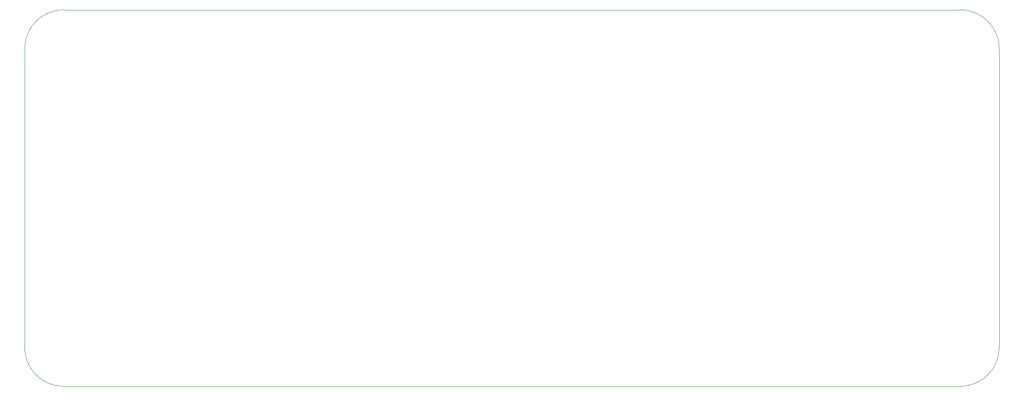
<source format=gbr>
%TF.GenerationSoftware,KiCad,Pcbnew,7.0.5-0*%
%TF.CreationDate,2023-06-25T23:04:33+03:00*%
%TF.ProjectId,esp32_game,65737033-325f-4676-916d-652e6b696361,rev?*%
%TF.SameCoordinates,Original*%
%TF.FileFunction,Profile,NP*%
%FSLAX46Y46*%
G04 Gerber Fmt 4.6, Leading zero omitted, Abs format (unit mm)*
G04 Created by KiCad (PCBNEW 7.0.5-0) date 2023-06-25 23:04:33*
%MOMM*%
%LPD*%
G01*
G04 APERTURE LIST*
%TA.AperFunction,Profile*%
%ADD10C,0.100000*%
%TD*%
G04 APERTURE END LIST*
D10*
X223520000Y-96520000D02*
G75*
G03*
X231140000Y-88900000I0J7620000D01*
G01*
X40640000Y-88900000D02*
X40640000Y-30480000D01*
X231140000Y-30480000D02*
X231140000Y-88900000D01*
X48260000Y-22860000D02*
G75*
G03*
X40640000Y-30480000I0J-7620000D01*
G01*
X40640000Y-88900000D02*
G75*
G03*
X48260000Y-96520000I7620000J0D01*
G01*
X231140000Y-30480000D02*
G75*
G03*
X223520000Y-22860000I-7620000J0D01*
G01*
X48260000Y-22860000D02*
X223520000Y-22860000D01*
X223520000Y-96520000D02*
X48260000Y-96520000D01*
M02*

</source>
